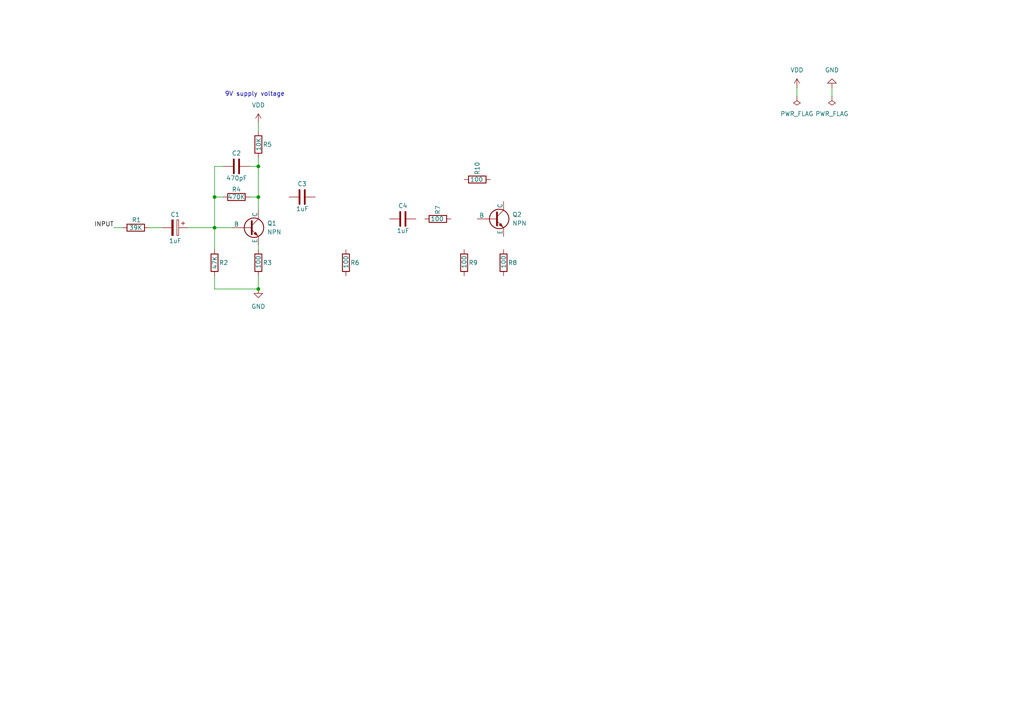
<source format=kicad_sch>
(kicad_sch (version 20230121) (generator eeschema)
  (paper "A4")
  (lib_symbols
    (symbol "Device:C" (pin_numbers hide) (pin_names (offset 0.254))
      (property "Reference" "C" (at 0.635 2.54 0))
      (property "Value" "C" (at 0.635 -2.54 0))
      (symbol "C_0_1"
        (polyline (pts (xy -2.032 -0.762) (xy 2.032 -0.762)) (stroke (width 0.508)))
        (polyline (pts (xy -2.032 0.762) (xy 2.032 0.762)) (stroke (width 0.508)))
      )
      (symbol "C_1_1"
        (pin passive line (at 0 3.81 270) (length 2.794) (name "~") (number "1"))
        (pin passive line (at 0 -3.81 90) (length 2.794) (name "~") (number "2"))
      )
    )
    (symbol "Device:C_Polarized" (pin_numbers hide) (pin_names (offset 0.254))
      (property "Reference" "C" (at 0.635 2.54 0))
      (property "Value" "C_Polarized" (at 0.635 -2.54 0))
      (symbol "C_Polarized_0_1"
        (rectangle (start -2.286 0.508) (end 2.286 1.016))
        (polyline (pts (xy -1.778 2.286) (xy -0.762 2.286)))
        (polyline (pts (xy -1.27 2.794) (xy -1.27 1.778)))
        (rectangle (start 2.286 -0.508) (end -2.286 -1.016) (fill (type outline)))
      )
      (symbol "C_Polarized_1_1"
        (pin passive line (at 0 3.81 270) (length 2.794) (name "~") (number "1"))
        (pin passive line (at 0 -3.81 90) (length 2.794) (name "~") (number "2"))
      )
    )
    (symbol "Device:R" (pin_numbers hide) (pin_names (offset 0))
      (property "Reference" "R" (at 2.032 0 90))
      (property "Value" "R" (at 0 0 90))
      (symbol "R_0_1"
        (rectangle (start -1.016 -2.54) (end 1.016 2.54) (stroke (width 0.254)))
      )
      (symbol "R_1_1"
        (pin passive line (at 0 3.81 270) (length 1.27) (name "~") (number "1"))
        (pin passive line (at 0 -3.81 90) (length 1.27) (name "~") (number "2"))
      )
    )
    (symbol "Simulation_SPICE:NPN" (pin_numbers hide) (pin_names (offset 0))
      (property "Reference" "Q" (at -2.54 7.62 0))
      (property "Value" "NPN" (at -2.54 5.08 0))
      (symbol "NPN_0_1"
        (polyline (pts (xy -2.54 0) (xy 0.635 0)) (stroke (width 0.1524)))
        (polyline (pts (xy 0.635 0.635) (xy 2.54 2.54)))
        (polyline (pts (xy 2.794 -1.27) (xy 2.794 -1.27)) (stroke (width 0.1524)))
        (polyline (pts (xy 2.794 -1.27) (xy 2.794 -1.27)) (stroke (width 0.1524)))
        (polyline (pts (xy 0.635 -0.635) (xy 2.54 -2.54) (xy 2.54 -2.54)))
        (polyline (pts (xy 0.635 1.905) (xy 0.635 -1.905) (xy 0.635 -1.905)) (stroke (width 0.508)))
        (polyline (pts (xy 1.27 -1.778) (xy 1.778 -1.27) (xy 2.286 -2.286) (xy 1.27 -1.778) (xy 1.27 -1.778)) (fill (type outline)))
        (circle (center 1.27 0) (radius 2.8194) (stroke (width 0.254)))
      )
      (symbol "NPN_1_1"
        (pin open_collector line (at 2.54 5.08 270) (length 2.54) (name "C") (number "1"))
        (pin input line (at -5.08 0 0) (length 2.54) (name "B") (number "2"))
        (pin open_emitter line (at 2.54 -5.08 90) (length 2.54) (name "E") (number "3"))
      )
    )
    (symbol "power:GND" (power) (pin_names (offset 0))
      (property "Value" "GND" (at 0 -3.81 0))
      (symbol "GND_0_1"
        (polyline (pts (xy 0 0) (xy 0 -1.27) (xy 1.27 -1.27) (xy 0 -2.54) (xy -1.27 -1.27) (xy 0 -1.27)))
      )
      (symbol "GND_1_1"
        (pin power_in line (at 0 0 270) (length 0) hide (name "GND") (number "1"))
      )
    )
    (symbol "power:PWR_FLAG" (power) (pin_numbers hide) (pin_names (offset 0) hide)
      (property "Value" "PWR_FLAG" (at 0 3.81 0))
      (symbol "PWR_FLAG_0_0"
        (pin power_out line (at 0 0 90) (length 0) (name "pwr") (number "1"))
      )
      (symbol "PWR_FLAG_0_1"
        (polyline (pts (xy 0 0) (xy 0 1.27) (xy -1.016 1.905) (xy 0 2.54) (xy 1.016 1.905) (xy 0 1.27)))
      )
    )
    (symbol "power:VDD" (power) (pin_names (offset 0))
      (property "Value" "VDD" (at 0 3.81 0))
      (symbol "VDD_0_1"
        (polyline (pts (xy -0.762 1.27) (xy 0 2.54)))
        (polyline (pts (xy 0 0) (xy 0 2.54)))
        (polyline (pts (xy 0 2.54) (xy 0.762 1.27)))
      )
      (symbol "VDD_1_1"
        (pin power_in line (at 0 0 90) (length 0) hide (name "VDD") (number "1"))
      )
    )
  )
  (junction (at 62.23 57.15))
  (junction (at 62.23 66.04))
  (junction (at 74.93 48.26))
  (junction (at 74.93 83.82))
  (junction (at 74.93 57.15))
  (wire (pts (xy 62.23 83.82) (xy 62.23 80.01)))
  (wire (pts (xy 72.39 57.15) (xy 74.93 57.15)))
  (wire (pts (xy 62.23 57.15) (xy 62.23 66.04)))
  (wire (pts (xy 72.39 48.26) (xy 74.93 48.26)))
  (wire (pts (xy 241.3 25.4) (xy 241.3 27.94)))
  (wire (pts (xy 33.02 66.04) (xy 35.56 66.04)))
  (wire (pts (xy 43.18 66.04) (xy 46.99 66.04)))
  (wire (pts (xy 64.77 48.26) (xy 62.23 48.26)))
  (wire (pts (xy 74.93 57.15) (xy 74.93 60.96)))
  (wire (pts (xy 231.14 25.4) (xy 231.14 27.94)))
  (wire (pts (xy 62.23 66.04) (xy 62.23 72.39)))
  (wire (pts (xy 62.23 66.04) (xy 67.31 66.04)))
  (wire (pts (xy 54.61 66.04) (xy 62.23 66.04)))
  (wire (pts (xy 74.93 83.82) (xy 62.23 83.82)))
  (wire (pts (xy 74.93 80.01) (xy 74.93 83.82)))
  (wire (pts (xy 64.77 57.15) (xy 62.23 57.15)))
  (wire (pts (xy 74.93 48.26) (xy 74.93 57.15)))
  (wire (pts (xy 74.93 71.12) (xy 74.93 72.39)))
  (wire (pts (xy 74.93 35.56) (xy 74.93 38.1)))
  (wire (pts (xy 62.23 48.26) (xy 62.23 57.15)))
  (wire (pts (xy 74.93 45.72) (xy 74.93 48.26)))
  (text "9V supply voltage\n" (at 65.184 28.1141 0) (effects (font (size 1.27 1.27)) (justify left bottom)))
  (label "INPUT" (at 33.02 66.04 180))
  (symbol (lib_id "Device:C_Polarized") (at 50.8 66.04 270) (unit 1)
    (property "Reference" "C1" (at 50.8 62.23 90))
    (property "Value" "1uF" (at 50.8 69.85 90))
  )
  (symbol (lib_id "power:GND") (at 74.93 83.82 0) (unit 1)
    (property "Reference" "#PWR01" (effects hide))
    (property "Value" "GND" (at 74.93 88.9 0))
  )
  (symbol (lib_id "power:VDD") (at 74.93 35.56 0) (unit 1)
    (property "Reference" "#PWR02" (effects hide))
    (property "Value" "VDD" (at 74.93 30.48 0))
  )
  (symbol (lib_id "Device:R") (at 134.62 76.2 180) (unit 1)
    (property "Reference" "R9" (at 135.89 76.2 0) (effects (justify right)))
    (property "Value" "100" (at 134.6312 77.9155 90) (effects (justify right)))
  )
  (symbol (lib_id "power:PWR_FLAG") (at 231.14 27.94 180) (unit 1)
    (property "Reference" "#FLG01" (effects hide))
    (property "Value" "PWR_FLAG" (at 231.14 33.02 0))
  )
  (symbol (lib_id "power:PWR_FLAG") (at 241.3 27.94 180) (unit 1)
    (property "Reference" "#FLG02" (effects hide))
    (property "Value" "PWR_FLAG" (at 241.3 33.02 0))
  )
  (symbol (lib_id "power:GND") (at 241.3 25.4 180) (unit 1)
    (property "Reference" "#PWR04" (effects hide))
    (property "Value" "GND" (at 241.3 20.32 0))
  )
  (symbol (lib_id "Device:R") (at 68.58 57.15 270) (unit 1)
    (property "Reference" "R4" (at 68.5725 54.9563 90))
    (property "Value" "470K" (at 68.58 57.15 90))
  )
  (symbol (lib_id "Device:R") (at 127 63.5 270) (unit 1)
    (property "Reference" "R7" (at 127 62.23 0) (effects (justify right)))
    (property "Value" "100" (at 128.7155 63.4888 90) (effects (justify right)))
  )
  (symbol (lib_id "Device:C") (at 116.84 63.5 90) (unit 1)
    (property "Reference" "C4" (at 116.84 59.69 90))
    (property "Value" "1uF" (at 116.9021 66.9232 90))
  )
  (symbol (lib_id "Device:R") (at 62.23 76.2 180) (unit 1)
    (property "Reference" "R2" (at 63.5 76.2 0) (effects (justify right)))
    (property "Value" "47K" (at 62.3015 78.1244 90) (effects (justify right)))
  )
  (symbol (lib_id "Simulation_SPICE:NPN") (at 143.51 63.5 0) (unit 1)
    (property "Reference" "Q2" (at 148.59 62.23 0) (effects (justify left)))
    (property "Value" "NPN" (at 148.59 64.77 0) (effects (justify left)))
    (property "Sim.Device" "NPN" (effects hide))
    (property "Sim.Type" "GUMMELPOON" (effects hide))
    (property "Sim.Pins" "1=C 2=B 3=E" (effects hide))
  )
  (symbol (lib_id "Device:R") (at 74.93 76.2 180) (unit 1)
    (property "Reference" "R3" (at 76.2 76.2 0) (effects (justify right)))
    (property "Value" "100" (at 74.9412 77.9155 90) (effects (justify right)))
  )
  (symbol (lib_id "Device:R") (at 138.43 52.07 270) (unit 1)
    (property "Reference" "R10" (at 138.43 50.8 0) (effects (justify right)))
    (property "Value" "100" (at 140.1455 52.0588 90) (effects (justify right)))
  )
  (symbol (lib_id "Device:C") (at 68.58 48.26 90) (unit 1)
    (property "Reference" "C2" (at 68.58 44.45 90))
    (property "Value" "470pF" (at 68.6421 51.6832 90))
  )
  (symbol (lib_id "Device:R") (at 39.37 66.04 90) (unit 1)
    (property "Reference" "R1" (at 39.5672 63.8006 90))
    (property "Value" "39K" (at 39.37 66.04 90))
  )
  (symbol (lib_id "power:VDD") (at 231.14 25.4 0) (unit 1)
    (property "Reference" "#PWR03" (effects hide))
    (property "Value" "VDD" (at 231.14 20.32 0))
  )
  (symbol (lib_id "Simulation_SPICE:NPN") (at 72.39 66.04 0) (unit 1)
    (property "Reference" "Q1" (at 77.47 64.77 0) (effects (justify left)))
    (property "Value" "NPN" (at 77.47 67.31 0) (effects (justify left)))
    (property "Sim.Device" "NPN" (effects hide))
    (property "Sim.Type" "GUMMELPOON" (effects hide))
    (property "Sim.Pins" "1=C 2=B 3=E" (effects hide))
  )
  (symbol (lib_id "Device:R") (at 146.05 76.2 180) (unit 1)
    (property "Reference" "R8" (at 147.32 76.2 0) (effects (justify right)))
    (property "Value" "100" (at 146.0612 77.9155 90) (effects (justify right)))
  )
  (symbol (lib_id "Device:R") (at 100.33 76.2 180) (unit 1)
    (property "Reference" "R6" (at 101.6 76.2 0) (effects (justify right)))
    (property "Value" "100" (at 100.3412 77.9155 90) (effects (justify right)))
  )
  (symbol (lib_id "Device:R") (at 74.93 41.91 180) (unit 1)
    (property "Reference" "R5" (at 76.2 41.91 0) (effects (justify right)))
    (property "Value" "10K" (at 75.0161 43.8251 90) (effects (justify right)))
  )
  (symbol (lib_id "Device:C") (at 87.63 57.15 90) (unit 1)
    (property "Reference" "C3" (at 87.63 53.34 90))
    (property "Value" "1uF" (at 87.6921 60.5732 90))
  )
)
</source>
